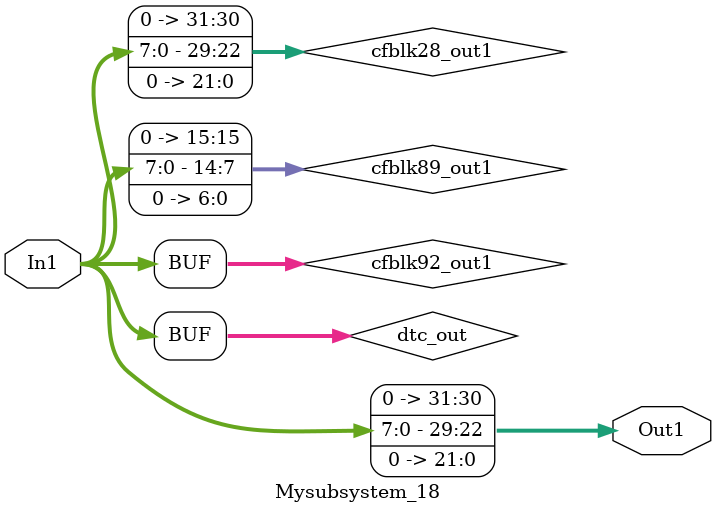
<source format=v>



`timescale 1 ns / 1 ns

module Mysubsystem_18
          (In1,
           Out1);


  input   [7:0] In1;  // uint8
  output  [31:0] Out1;  // ufix32_En22


  wire [7:0] dtc_out;  // ufix8
  wire [7:0] cfblk92_out1;  // uint8
  wire [15:0] cfblk89_out1;  // ufix16_En7
  wire [31:0] cfblk28_out1;  // ufix32_En22


  assign dtc_out = In1;



  assign cfblk92_out1 = dtc_out;



  assign cfblk89_out1 = {1'b0, {cfblk92_out1, 7'b0000000}};



  assign cfblk28_out1 = {1'b0, {cfblk89_out1, 15'b000000000000000}};



  assign Out1 = cfblk28_out1;

endmodule  // Mysubsystem_18


</source>
